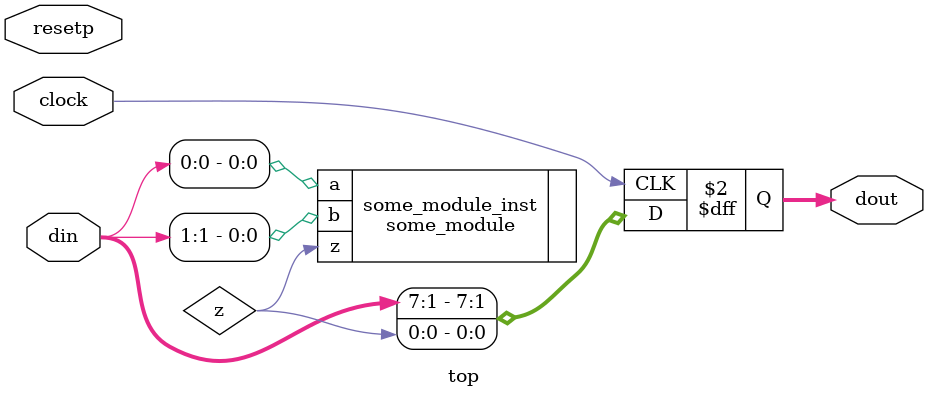
<source format=sv>
module top (
    input logic clock,
    input logic resetp,
    input logic [7:0] din,
    output logic [7:0] dout
);


logic z;

some_module some_module_inst (
    .a(din[0]),
    .b(din[1]),
    .z(z)
);

always @ (posedge clock) begin
    dout <= din;
    dout[0] <= z;
end

endmodule

</source>
